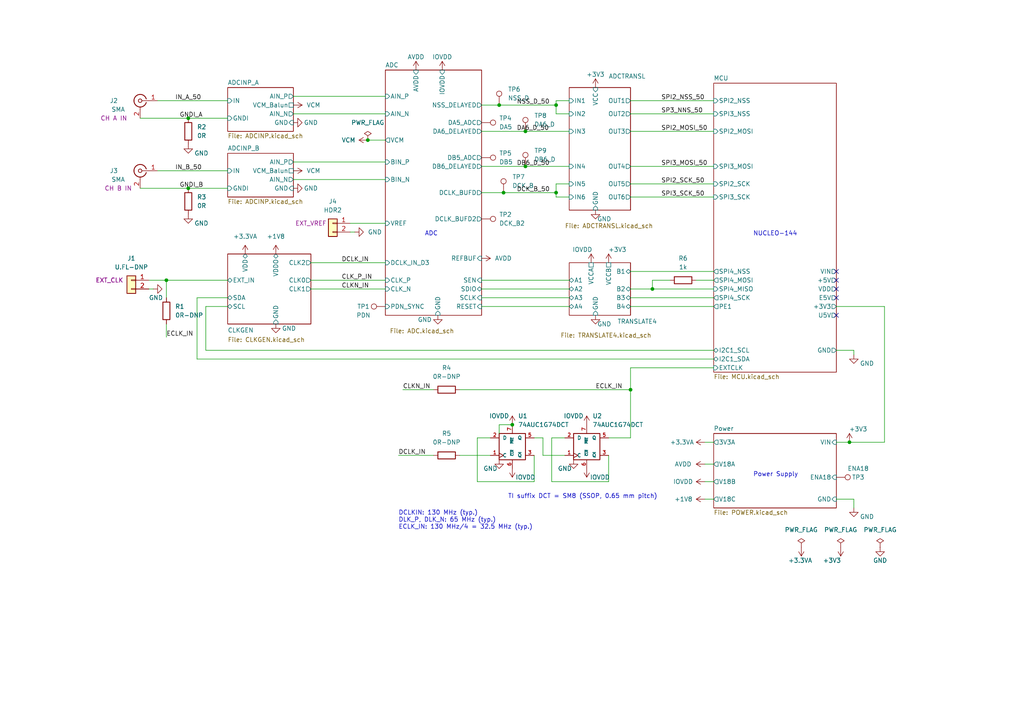
<source format=kicad_sch>
(kicad_sch (version 20211123) (generator eeschema)
  (paper "A4")
  (title_block (title "H7DDCADC") (date "2022-07-10") (rev "initial") (company "papamidas DM1CR") (comment 1 "TOP"))
  (lib_symbols
    (symbol "74xGxx:74AUC1G74" (pin_names (offset 1.016))
      (property "Reference" "U" (at -2.54 5.08 0))
      (property "Value" "74AUC1G74" (at 5.08 -5.08 0))
      (symbol "74AUC1G74_0_1"
        (rectangle (start -3.81 3.81) (end 3.81 -3.81) (stroke (width 0.254)))
      )
      (symbol "74AUC1G74_1_1"
        (pin input clock (at -6.35 -2.54 0) (length 2.54) (name "C") (number "1"))
        (pin input line (at -6.35 2.54 0) (length 2.54) (name "D") (number "2"))
        (pin output line (at 6.35 -2.54 180) (length 2.54) (name "~{Q}") (number "3"))
        (pin power_in line (at -3.81 -3.81 270) (length 0) hide (name "GND") (number "4"))
        (pin output line (at 6.35 2.54 180) (length 2.54) (name "Q") (number "5"))
        (pin input line (at 0 -6.35 90) (length 2.54) (name "~{CLR}") (number "6"))
        (pin input line (at 0 6.35 270) (length 2.54) (name "~{PRE}") (number "7"))
        (pin power_in line (at -3.81 3.81 90) (length 0) hide (name "VCC") (number "8"))
      )
    )
    (symbol "Connector:Conn_Coaxial" (pin_names (offset 1.016) hide)
      (property "Reference" "J" (at 0.254 3.048 0))
      (property "Value" "Conn_Coaxial" (at 2.921 0 90))
      (symbol "Conn_Coaxial_0_1"
        (arc (start -1.778 -0.508) (mid 0.2311 -1.8066) (end 1.778 0) (stroke (width 0.254)))
        (polyline (pts (xy -2.54 0) (xy -0.508 0)))
        (polyline (pts (xy 0 -2.54) (xy 0 -1.778)))
        (circle (center 0 0) (radius 0.508) (stroke (width 0.2032)))
        (arc (start 1.778 0) (mid 0.2099 1.8101) (end -1.778 0.508) (stroke (width 0.254)))
      )
      (symbol "Conn_Coaxial_1_1"
        (pin passive line (at -5.08 0 0) (length 2.54) (name "In") (number "1"))
        (pin passive line (at 0 -5.08 90) (length 2.54) (name "Ext") (number "2"))
      )
    )
    (symbol "Connector:TestPoint" (pin_numbers hide) (pin_names (offset 0.762) hide)
      (property "Reference" "TP" (at 0 6.858 0))
      (property "Value" "TestPoint" (at 0 5.08 0))
      (symbol "TestPoint_0_1"
        (circle (center 0 3.302) (radius 0.762))
      )
      (symbol "TestPoint_1_1"
        (pin passive line (at 0 0 90) (length 2.54) (name "1") (number "1"))
      )
    )
    (symbol "Connector_Generic:Conn_01x02" (pin_names (offset 1.016) hide)
      (property "Reference" "J" (at 0 2.54 0))
      (property "Value" "Conn_01x02" (at 0 -5.08 0))
      (symbol "Conn_01x02_1_1"
        (rectangle (start -1.27 -2.413) (end 0 -2.667) (stroke (width 0.1524)))
        (rectangle (start -1.27 0.127) (end 0 -0.127) (stroke (width 0.1524)))
        (rectangle (start -1.27 1.27) (end 1.27 -3.81) (stroke (width 0.254)) (fill (type background)))
        (pin passive line (at -5.08 0 0) (length 3.81) (name "Pin_1") (number "1"))
        (pin passive line (at -5.08 -2.54 0) (length 3.81) (name "Pin_2") (number "2"))
      )
    )
    (symbol "DM1CR_Library:AVDD" (power) (pin_names (offset 0))
      (property "Value" "AVDD" (at 0 3.81 0))
      (symbol "AVDD_0_1"
        (polyline (pts (xy -0.762 1.27) (xy 0 2.54)))
        (polyline (pts (xy 0 0) (xy 0 2.54)))
        (polyline (pts (xy 0 2.54) (xy 0.762 1.27)))
      )
      (symbol "AVDD_1_1"
        (pin power_in line (at 0 0 90) (length 0) hide (name "AVDD") (number "1"))
      )
    )
    (symbol "DM1CR_Library:IOVDD" (power) (pin_names (offset 0))
      (property "Value" "IOVDD" (at 0 3.81 0))
      (symbol "IOVDD_0_1"
        (polyline (pts (xy -0.762 1.27) (xy 0 2.54)))
        (polyline (pts (xy 0 0) (xy 0 2.54)))
        (polyline (pts (xy 0 2.54) (xy 0.762 1.27)))
      )
      (symbol "IOVDD_1_1"
        (pin power_in line (at 0 0 90) (length 0) hide (name "IOVDD") (number "1"))
      )
    )
    (symbol "DM1CR_Library:VCM" (power) (pin_names (offset 0))
      (property "Value" "VCM" (at 0 3.81 0))
      (symbol "VCM_0_1"
        (polyline (pts (xy -0.762 1.27) (xy 0 2.54)))
        (polyline (pts (xy 0 0) (xy 0 2.54)))
        (polyline (pts (xy 0 2.54) (xy 0.762 1.27)))
      )
      (symbol "VCM_1_1"
        (pin power_in line (at 0 0 90) (length 0) hide (name "VCM") (number "1"))
      )
    )
    (symbol "Device:R" (pin_numbers hide) (pin_names (offset 0))
      (property "Reference" "R" (at 2.032 0 90))
      (property "Value" "R" (at 0 0 90))
      (symbol "R_0_1"
        (rectangle (start -1.016 -2.54) (end 1.016 2.54) (stroke (width 0.254)))
      )
      (symbol "R_1_1"
        (pin passive line (at 0 3.81 270) (length 1.27) (name "~") (number "1"))
        (pin passive line (at 0 -3.81 90) (length 1.27) (name "~") (number "2"))
      )
    )
    (symbol "power:+1V8" (power) (pin_names (offset 0))
      (property "Value" "+1V8" (at 0 3.556 0))
      (symbol "+1V8_0_1"
        (polyline (pts (xy -0.762 1.27) (xy 0 2.54)))
        (polyline (pts (xy 0 0) (xy 0 2.54)))
        (polyline (pts (xy 0 2.54) (xy 0.762 1.27)))
      )
      (symbol "+1V8_1_1"
        (pin power_in line (at 0 0 90) (length 0) hide (name "+1V8") (number "1"))
      )
    )
    (symbol "power:+3.3VA" (power) (pin_names (offset 0))
      (property "Value" "+3.3VA" (at 0 3.556 0))
      (symbol "+3.3VA_0_1"
        (polyline (pts (xy -0.762 1.27) (xy 0 2.54)))
        (polyline (pts (xy 0 0) (xy 0 2.54)))
        (polyline (pts (xy 0 2.54) (xy 0.762 1.27)))
      )
      (symbol "+3.3VA_1_1"
        (pin power_in line (at 0 0 90) (length 0) hide (name "+3.3VA") (number "1"))
      )
    )
    (symbol "power:+3V3" (power) (pin_names (offset 0))
      (property "Value" "+3V3" (at 0 3.556 0))
      (symbol "+3V3_0_1"
        (polyline (pts (xy -0.762 1.27) (xy 0 2.54)))
        (polyline (pts (xy 0 0) (xy 0 2.54)))
        (polyline (pts (xy 0 2.54) (xy 0.762 1.27)))
      )
      (symbol "+3V3_1_1"
        (pin power_in line (at 0 0 90) (length 0) hide (name "+3V3") (number "1"))
      )
    )
    (symbol "power:GND" (power) (pin_names (offset 0))
      (property "Value" "GND" (at 0 -3.81 0))
      (symbol "GND_0_1"
        (polyline (pts (xy 0 0) (xy 0 -1.27) (xy 1.27 -1.27) (xy 0 -2.54) (xy -1.27 -1.27) (xy 0 -1.27)))
      )
      (symbol "GND_1_1"
        (pin power_in line (at 0 0 270) (length 0) hide (name "GND") (number "1"))
      )
    )
    (symbol "power:PWR_FLAG" (power) (pin_numbers hide) (pin_names (offset 0) hide)
      (property "Value" "PWR_FLAG" (at 0 3.81 0))
      (symbol "PWR_FLAG_0_0"
        (pin power_out line (at 0 0 90) (length 0) (name "pwr") (number "1"))
      )
      (symbol "PWR_FLAG_0_1"
        (polyline (pts (xy 0 0) (xy 0 1.27) (xy -1.016 1.905) (xy 0 2.54) (xy 1.016 1.905) (xy 0 1.27)))
      )
    )
  )
  (junction (at 146.05 55.88))
  (junction (at 152.4 38.1))
  (junction (at 54.61 54.61))
  (junction (at 161.29 30.48))
  (junction (at 161.29 55.88))
  (junction (at 106.68 40.64))
  (junction (at 148.59 123.19))
  (junction (at 182.88 113.03))
  (junction (at 246.38 128.27))
  (junction (at 144.78 30.48))
  (junction (at 54.61 34.29))
  (junction (at 152.4 48.26))
  (junction (at 189.23 83.82))
  (junction (at 48.26 81.28))
  (no_connect (at 242.57 91.44))
  (no_connect (at 242.57 86.36))
  (no_connect (at 242.57 83.82))
  (no_connect (at 242.57 81.28))
  (no_connect (at 242.57 78.74))
  (wire (pts (xy 182.88 106.68) (xy 182.88 113.03)))
  (wire (pts (xy 161.29 53.34) (xy 165.1 53.34)))
  (wire (pts (xy 204.47 128.27) (xy 207.01 128.27)))
  (wire (pts (xy 182.88 88.9) (xy 207.01 88.9)))
  (wire (pts (xy 201.93 81.28) (xy 207.01 81.28)))
  (wire (pts (xy 139.7 86.36) (xy 165.1 86.36)))
  (wire (pts (xy 160.02 127) (xy 163.83 127)))
  (wire (pts (xy 207.01 101.6) (xy 59.69 101.6)))
  (wire (pts (xy 207.01 104.14) (xy 57.15 104.14)))
  (wire (pts (xy 182.88 53.34) (xy 207.01 53.34)))
  (wire (pts (xy 247.65 144.78) (xy 247.65 147.32)))
  (wire (pts (xy 45.72 49.53) (xy 66.04 49.53)))
  (wire (pts (xy 157.48 127) (xy 157.48 132.08)))
  (wire (pts (xy 144.78 125.73) (xy 144.78 123.19)))
  (wire (pts (xy 176.53 139.7) (xy 160.02 139.7)))
  (wire (pts (xy 139.7 81.28) (xy 165.1 81.28)))
  (wire (pts (xy 144.78 123.19) (xy 148.59 123.19)))
  (wire (pts (xy 157.48 132.08) (xy 163.83 132.08)))
  (wire (pts (xy 182.88 33.02) (xy 207.01 33.02)))
  (wire (pts (xy 165.1 57.15) (xy 161.29 57.15)))
  (wire (pts (xy 54.61 34.29) (xy 66.04 34.29)))
  (wire (pts (xy 138.43 127) (xy 138.43 139.7)))
  (wire (pts (xy 48.26 81.28) (xy 48.26 86.36)))
  (wire (pts (xy 85.09 46.99) (xy 111.76 46.99)))
  (wire (pts (xy 101.6 67.31) (xy 102.87 67.31)))
  (wire (pts (xy 207.01 83.82) (xy 189.23 83.82)))
  (wire (pts (xy 85.09 33.02) (xy 111.76 33.02)))
  (wire (pts (xy 133.35 113.03) (xy 182.88 113.03)))
  (wire (pts (xy 176.53 132.08) (xy 176.53 139.7)))
  (wire (pts (xy 48.26 81.28) (xy 66.04 81.28)))
  (wire (pts (xy 139.7 38.1) (xy 152.4 38.1)))
  (wire (pts (xy 106.68 40.64) (xy 111.76 40.64)))
  (wire (pts (xy 146.05 55.88) (xy 161.29 55.88)))
  (wire (pts (xy 57.15 86.36) (xy 66.04 86.36)))
  (wire (pts (xy 182.88 113.03) (xy 182.88 127)))
  (wire (pts (xy 142.24 127) (xy 138.43 127)))
  (wire (pts (xy 204.47 139.7) (xy 207.01 139.7)))
  (wire (pts (xy 144.78 30.48) (xy 161.29 30.48)))
  (wire (pts (xy 189.23 81.28) (xy 194.31 81.28)))
  (wire (pts (xy 116.84 113.03) (xy 125.73 113.03)))
  (wire (pts (xy 90.17 76.2) (xy 111.76 76.2)))
  (wire (pts (xy 182.88 83.82) (xy 189.23 83.82)))
  (wire (pts (xy 59.69 88.9) (xy 66.04 88.9)))
  (wire (pts (xy 40.64 34.29) (xy 54.61 34.29)))
  (wire (pts (xy 152.4 48.26) (xy 165.1 48.26)))
  (wire (pts (xy 182.88 48.26) (xy 207.01 48.26)))
  (wire (pts (xy 160.02 139.7) (xy 160.02 127)))
  (wire (pts (xy 207.01 106.68) (xy 182.88 106.68)))
  (wire (pts (xy 161.29 57.15) (xy 161.29 55.88)))
  (wire (pts (xy 176.53 127) (xy 182.88 127)))
  (wire (pts (xy 182.88 78.74) (xy 207.01 78.74)))
  (wire (pts (xy 242.57 88.9) (xy 256.54 88.9)))
  (wire (pts (xy 139.7 30.48) (xy 144.78 30.48)))
  (wire (pts (xy 85.09 27.94) (xy 111.76 27.94)))
  (wire (pts (xy 154.94 139.7) (xy 154.94 132.08)))
  (wire (pts (xy 85.09 52.07) (xy 111.76 52.07)))
  (wire (pts (xy 48.26 93.98) (xy 48.26 97.79)))
  (wire (pts (xy 139.7 48.26) (xy 152.4 48.26)))
  (wire (pts (xy 139.7 55.88) (xy 146.05 55.88)))
  (wire (pts (xy 57.15 104.14) (xy 57.15 86.36)))
  (wire (pts (xy 115.57 132.08) (xy 125.73 132.08)))
  (wire (pts (xy 247.65 101.6) (xy 247.65 102.87)))
  (wire (pts (xy 101.6 64.77) (xy 111.76 64.77)))
  (wire (pts (xy 139.7 88.9) (xy 165.1 88.9)))
  (wire (pts (xy 152.4 38.1) (xy 165.1 38.1)))
  (wire (pts (xy 161.29 53.34) (xy 161.29 55.88)))
  (wire (pts (xy 182.88 86.36) (xy 207.01 86.36)))
  (wire (pts (xy 242.57 144.78) (xy 247.65 144.78)))
  (wire (pts (xy 161.29 33.02) (xy 161.29 30.48)))
  (wire (pts (xy 182.88 29.21) (xy 207.01 29.21)))
  (wire (pts (xy 154.94 127) (xy 157.48 127)))
  (wire (pts (xy 90.17 83.82) (xy 111.76 83.82)))
  (wire (pts (xy 59.69 101.6) (xy 59.69 88.9)))
  (wire (pts (xy 133.35 132.08) (xy 142.24 132.08)))
  (wire (pts (xy 54.61 54.61) (xy 66.04 54.61)))
  (wire (pts (xy 204.47 134.62) (xy 207.01 134.62)))
  (wire (pts (xy 256.54 88.9) (xy 256.54 128.27)))
  (wire (pts (xy 189.23 83.82) (xy 189.23 81.28)))
  (wire (pts (xy 45.72 29.21) (xy 66.04 29.21)))
  (wire (pts (xy 242.57 128.27) (xy 246.38 128.27)))
  (wire (pts (xy 182.88 38.1) (xy 207.01 38.1)))
  (wire (pts (xy 43.18 81.28) (xy 48.26 81.28)))
  (wire (pts (xy 165.1 33.02) (xy 161.29 33.02)))
  (wire (pts (xy 242.57 101.6) (xy 247.65 101.6)))
  (wire (pts (xy 204.47 144.78) (xy 207.01 144.78)))
  (wire (pts (xy 138.43 139.7) (xy 154.94 139.7)))
  (wire (pts (xy 246.38 128.27) (xy 256.54 128.27)))
  (wire (pts (xy 161.29 29.21) (xy 165.1 29.21)))
  (wire (pts (xy 90.17 81.28) (xy 111.76 81.28)))
  (wire (pts (xy 43.18 83.82) (xy 44.45 83.82)))
  (wire (pts (xy 40.64 54.61) (xy 54.61 54.61)))
  (wire (pts (xy 139.7 83.82) (xy 165.1 83.82)))
  (wire (pts (xy 182.88 57.15) (xy 207.01 57.15)))
  (wire (pts (xy 161.29 30.48) (xy 161.29 29.21)))
  (text "Power Supply" (at 218.44 138.43 0) (effects (font (size 1.27 1.27)) (justify left bottom)))
  (text "NUCLEO-144" (at 218.44 68.58 0) (effects (font (size 1.27 1.27)) (justify left bottom)))
  (text "DCLKIN: 130 MHz (typ.)\nDLK_P, DLK_N: 65 MHz (typ.)\nECLK_IN: 130 MHz/4 = 32.5 MHz (typ.)" (at 115.57 153.67 0) (effects (font (size 1.27 1.27)) (justify left bottom)))
  (text "TI suffix DCT = SM8 (SSOP, 0.65 mm pitch)\n" (at 147.32 144.78 0) (effects (font (size 1.27 1.27)) (justify left bottom)))
  (text "ADC" (at 123.19 68.58 0) (effects (font (size 1.27 1.27)) (justify left bottom)))
  (label "DCK_B_50" (at 149.86 55.88 0))
  (label "ECLK_IN" (at 48.26 97.79 0))
  (label "IN_A_50" (at 50.8 29.21 0))
  (label "SPI2_SCK_50" (at 191.77 53.34 0))
  (label "SP3_NNS_50" (at 191.77 33.02 0))
  (label "CLKN_IN" (at 116.84 113.03 0))
  (label "SPI3_MOSI_50" (at 191.77 48.26 0))
  (label "DA6_D_50" (at 149.86 38.1 0))
  (label "SPI2_NSS_50" (at 191.77 29.21 0))
  (label "NSS_D_50" (at 149.86 30.48 0))
  (label "DCLK_IN" (at 99.06 76.2 0))
  (label "CLKN_IN" (at 99.06 83.82 0))
  (label "GNDI_A" (at 52.07 34.29 0))
  (label "IN_B_50" (at 50.8 49.53 0))
  (label "ECLK_IN" (at 172.72 113.03 0))
  (label "SPI2_MOSI_50" (at 191.77 38.1 0))
  (label "CLK_P_IN" (at 99.06 81.28 0))
  (label "SPI3_SCK_50" (at 191.77 57.15 0))
  (label "DCLK_IN" (at 115.57 132.08 0))
  (label "DB6_D_50" (at 149.86 48.26 0))
  (label "GNDI_B" (at 52.07 54.61 0))
  (symbol (lib_id "power:GND") (at 54.61 62.23 0) (unit 1)
    (property "Reference" "#PWR03" (effects hide))
    (property "Value" "GND" (at 58.42 64.77 0))
  )
  (symbol (lib_id "power:+3V3") (at 243.84 158.75 180) (unit 1)
    (property "Reference" "#PWR036" (effects hide))
    (property "Value" "+3V3" (at 241.3 162.56 0))
  )
  (symbol (lib_id "DM1CR_Library:IOVDD") (at 204.47 139.7 90) (unit 1)
    (property "Reference" "#PWR031" (effects hide))
    (property "Value" "IOVDD" (at 198.12 139.7 90))
  )
  (symbol (lib_id "Connector:TestPoint") (at 139.7 35.56 270) (unit 1)
    (property "Reference" "TP4" (at 144.78 34.2899 90) (effects (justify left)))
    (property "Value" "DA5" (at 144.78 36.8299 90) (effects (justify left)))
    (property "Footprint" "TestPoint:TestPoint_THTPad_D1.5mm_Drill0.7mm" (effects hide))
  )
  (symbol (lib_id "74xGxx:74AUC1G74") (at 148.59 129.54 0) (unit 1)
    (property "Reference" "U1" (at 150.2601 120.65 0) (effects (justify left)))
    (property "Value" "74AUC1G74DCT" (at 150.2601 123.19 0) (effects (justify left)))
    (property "Footprint" "Package_SO:VSSOP-8_2.4x2.1mm_P0.5mm" (effects hide))
    (property "Datasheet" "http://www.ti.com/lit/sg/scyt129e/scyt129e.pdf" (effects hide))
  )
  (symbol (lib_id "power:PWR_FLAG") (at 232.41 158.75 0) (unit 1)
    (property "Reference" "#FLG04" (effects hide))
    (property "Value" "PWR_FLAG" (at 232.41 153.67 0))
  )
  (symbol (lib_id "DM1CR_Library:AVDD") (at 120.65 20.32 0) (unit 1)
    (property "Reference" "#PWR013" (effects hide))
    (property "Value" "AVDD" (at 120.65 16.51 0))
  )
  (symbol (lib_id "DM1CR_Library:IOVDD") (at 148.59 123.19 0) (unit 1)
    (property "Reference" "#PWR018" (effects hide))
    (property "Value" "IOVDD" (at 144.78 120.65 0))
  )
  (symbol (lib_id "power:GND") (at 44.45 83.82 90) (unit 1)
    (property "Reference" "#PWR01" (effects hide))
    (property "Value" "GND" (at 43.18 86.36 90) (effects (justify right)))
  )
  (symbol (lib_id "Connector:Conn_Coaxial") (at 40.64 29.21 0) (mirror y) (unit 1)
    (property "Reference" "J2" (at 33.02 29.21 0))
    (property "Value" "SMA" (at 34.29 31.75 0))
    (property "Footprint" "Connector_Coaxial:SMA_Wurth_60312002114503_Vertical" (effects hide))
    (property "Datasheet" " ~" (effects hide))
    (property "Field4" "CH A IN" (at 33.02 34.29 0))
  )
  (symbol (lib_id "power:GND") (at 144.78 133.35 0) (unit 1)
    (property "Reference" "#PWR017" (effects hide))
    (property "Value" "GND" (at 142.24 135.89 0))
  )
  (symbol (lib_id "power:GND") (at 172.72 91.44 0) (unit 1)
    (property "Reference" "#PWR026" (effects hide))
    (property "Value" "GND" (at 175.26 93.98 0))
  )
  (symbol (lib_id "Connector:TestPoint") (at 139.7 63.5 270) (unit 1)
    (property "Reference" "TP2" (at 144.78 62.2299 90) (effects (justify left)))
    (property "Value" "DCK_B2" (at 144.78 64.7699 90) (effects (justify left)))
    (property "Footprint" "TestPoint:TestPoint_THTPad_D1.5mm_Drill0.7mm" (effects hide))
  )
  (symbol (lib_id "DM1CR_Library:IOVDD") (at 170.18 123.19 0) (unit 1)
    (property "Reference" "#PWR021" (effects hide))
    (property "Value" "IOVDD" (at 166.37 120.65 0))
  )
  (symbol (lib_id "power:PWR_FLAG") (at 243.84 158.75 0) (unit 1)
    (property "Reference" "#FLG05" (effects hide))
    (property "Value" "PWR_FLAG" (at 243.84 153.67 0))
  )
  (symbol (lib_id "Connector:TestPoint") (at 152.4 38.1 0) (unit 1)
    (property "Reference" "TP8" (at 154.94 33.5279 0) (effects (justify left)))
    (property "Value" "DA6_D" (at 154.94 36.0679 0) (effects (justify left)))
    (property "Footprint" "TestPoint:TestPoint_THTPad_D1.5mm_Drill0.7mm" (effects hide))
  )
  (symbol (lib_id "power:GND") (at 102.87 67.31 90) (unit 1)
    (property "Reference" "#PWR011" (effects hide))
    (property "Value" "GND" (at 106.68 67.3099 90) (effects (justify right)))
  )
  (symbol (lib_id "74xGxx:74AUC1G74") (at 170.18 129.54 0) (unit 1)
    (property "Reference" "U2" (at 171.8501 120.65 0) (effects (justify left)))
    (property "Value" "74AUC1G74DCT" (at 171.8501 123.19 0) (effects (justify left)))
    (property "Footprint" "Package_SO:VSSOP-8_2.4x2.1mm_P0.5mm" (effects hide))
    (property "Datasheet" "http://www.ti.com/lit/sg/scyt129e/scyt129e.pdf" (effects hide))
  )
  (symbol (lib_id "Connector:TestPoint") (at 242.57 138.43 270) (unit 1)
    (property "Reference" "TP3" (at 248.92 138.43 90))
    (property "Value" "ENA18" (at 248.92 135.89 90))
    (property "Footprint" "TestPoint:TestPoint_THTPad_D1.5mm_Drill0.7mm" (effects hide))
  )
  (symbol (lib_id "power:+3V3") (at 176.53 76.2 0) (unit 1)
    (property "Reference" "#PWR027" (effects hide))
    (property "Value" "+3V3" (at 179.07 72.39 0))
  )
  (symbol (lib_id "power:GND") (at 247.65 102.87 0) (unit 1)
    (property "Reference" "#PWR038" (effects hide))
    (property "Value" "GND" (at 251.46 105.41 0))
  )
  (symbol (lib_id "power:GND") (at 127 91.44 0) (unit 1)
    (property "Reference" "#PWR014" (effects hide))
    (property "Value" "GND" (at 123.19 92.71 0))
  )
  (symbol (lib_id "power:GND") (at 172.72 60.96 0) (unit 1)
    (property "Reference" "#PWR025" (effects hide))
    (property "Value" "GND" (at 175.26 63.5 0))
  )
  (symbol (lib_id "DM1CR_Library:VCM") (at 85.09 49.53 270) (unit 1)
    (property "Reference" "#PWR09" (effects hide))
    (property "Value" "VCM" (at 88.9 49.5299 90) (effects (justify left)))
  )
  (symbol (lib_id "power:GND") (at 80.01 93.98 0) (unit 1)
    (property "Reference" "#PWR06" (effects hide))
    (property "Value" "GND" (at 83.82 95.25 0))
  )
  (symbol (lib_id "Connector_Generic:Conn_01x02") (at 38.1 81.28 0) (mirror y) (unit 1)
    (property "Reference" "J1" (at 38.1 74.93 0))
    (property "Value" "U.FL-DNP" (at 38.1 77.47 0))
    (property "Footprint" "Connector_Coaxial:U.FL_Hirose_U.FL-R-SMT-1_Vertical" (effects hide))
    (property "Field4" "EXT_CLK" (at 31.75 81.28 0))
  )
  (symbol (lib_id "DM1CR_Library:AVDD") (at 204.47 134.62 90) (unit 1)
    (property "Reference" "#PWR030" (effects hide))
    (property "Value" "AVDD" (at 198.12 134.62 90))
  )
  (symbol (lib_id "power:+3.3VA") (at 71.12 73.66 0) (unit 1)
    (property "Reference" "#PWR04" (effects hide))
    (property "Value" "+3.3VA" (at 71.12 68.58 0))
  )
  (symbol (lib_id "DM1CR_Library:IOVDD") (at 128.27 20.32 0) (unit 1)
    (property "Reference" "#PWR015" (effects hide))
    (property "Value" "IOVDD" (at 128.27 16.51 0))
  )
  (symbol (lib_id "power:GND") (at 54.61 41.91 0) (unit 1)
    (property "Reference" "#PWR02" (effects hide))
    (property "Value" "GND" (at 58.42 44.45 0))
  )
  (symbol (lib_id "power:GND") (at 255.27 158.75 0) (unit 1)
    (property "Reference" "#PWR040" (effects hide))
    (property "Value" "GND" (at 255.27 162.56 0))
  )
  (symbol (lib_id "DM1CR_Library:IOVDD") (at 148.59 135.89 180) (unit 1)
    (property "Reference" "#PWR019" (effects hide))
    (property "Value" "IOVDD" (at 152.4 138.43 0))
  )
  (symbol (lib_id "power:+1V8") (at 204.47 144.78 90) (unit 1)
    (property "Reference" "#PWR032" (effects hide))
    (property "Value" "+1V8" (at 195.58 144.78 90) (effects (justify right)))
  )
  (symbol (lib_id "DM1CR_Library:AVDD") (at 139.7 74.93 270) (unit 1)
    (property "Reference" "#PWR016" (effects hide))
    (property "Value" "AVDD" (at 143.51 74.9299 90) (effects (justify left)))
  )
  (symbol (lib_id "power:+3.3VA") (at 204.47 128.27 90) (unit 1)
    (property "Reference" "#PWR029" (effects hide))
    (property "Value" "+3.3VA" (at 194.31 128.27 90) (effects (justify right)))
  )
  (symbol (lib_id "DM1CR_Library:VCM") (at 106.68 40.64 90) (unit 1)
    (property "Reference" "#PWR012" (effects hide))
    (property "Value" "VCM" (at 99.06 40.64 90) (effects (justify right)))
  )
  (symbol (lib_id "power:+1V8") (at 80.01 73.66 0) (unit 1)
    (property "Reference" "#PWR05" (effects hide))
    (property "Value" "+1V8" (at 80.01 68.58 0))
  )
  (symbol (lib_id "power:GND") (at 247.65 147.32 0) (unit 1)
    (property "Reference" "#PWR039" (effects hide))
    (property "Value" "GND" (at 251.46 149.86 0))
  )
  (symbol (lib_id "power:PWR_FLAG") (at 255.27 158.75 0) (unit 1)
    (property "Reference" "#FLG06" (effects hide))
    (property "Value" "PWR_FLAG" (at 255.27 153.67 0))
  )
  (symbol (lib_id "power:PWR_FLAG") (at 106.68 40.64 0) (unit 1)
    (property "Reference" "#FLG0101" (effects hide))
    (property "Value" "PWR_FLAG" (at 106.68 35.56 0))
  )
  (symbol (lib_id "DM1CR_Library:IOVDD") (at 171.45 76.2 0) (unit 1)
    (property "Reference" "#PWR023" (effects hide))
    (property "Value" "IOVDD" (at 168.91 72.39 0))
  )
  (symbol (lib_id "Connector:TestPoint") (at 139.7 45.72 270) (unit 1)
    (property "Reference" "TP5" (at 144.78 44.4499 90) (effects (justify left)))
    (property "Value" "DB5" (at 144.78 46.9899 90) (effects (justify left)))
    (property "Footprint" "TestPoint:TestPoint_THTPad_D1.5mm_Drill0.7mm" (effects hide))
  )
  (symbol (lib_id "Device:R") (at 54.61 38.1 180) (unit 1)
    (property "Reference" "R2" (at 57.15 36.8299 0) (effects (justify right)))
    (property "Value" "0R" (at 57.15 39.3699 0) (effects (justify right)))
    (property "Footprint" "Resistor_SMD:R_0805_2012Metric" (effects hide))
  )
  (symbol (lib_id "DM1CR_Library:IOVDD") (at 170.18 135.89 180) (unit 1)
    (property "Reference" "#PWR022" (effects hide))
    (property "Value" "IOVDD" (at 173.99 138.43 0))
  )
  (symbol (lib_id "power:+3V3") (at 246.38 128.27 0) (unit 1)
    (property "Reference" "#PWR037" (effects hide))
    (property "Value" "+3V3" (at 248.92 124.46 0))
  )
  (symbol (lib_id "Connector:Conn_Coaxial") (at 40.64 49.53 0) (mirror y) (unit 1)
    (property "Reference" "J3" (at 33.02 49.53 0))
    (property "Value" "SMA" (at 34.29 52.07 0))
    (property "Footprint" "Connector_Coaxial:SMA_Wurth_60312002114503_Vertical" (effects hide))
    (property "Datasheet" " ~" (effects hide))
    (property "Field4" "CH B IN" (at 34.29 54.61 0))
  )
  (symbol (lib_id "power:+3.3VA") (at 232.41 158.75 180) (unit 1)
    (property "Reference" "#PWR035" (effects hide))
    (property "Value" "+3.3VA" (at 228.6 162.56 0) (effects (justify right)))
  )
  (symbol (lib_id "Connector:TestPoint") (at 146.05 55.88 0) (unit 1)
    (property "Reference" "TP7" (at 148.59 51.3079 0) (effects (justify left)))
    (property "Value" "DCK_B" (at 148.59 53.8479 0) (effects (justify left)))
    (property "Footprint" "TestPoint:TestPoint_THTPad_D1.5mm_Drill0.7mm" (effects hide))
  )
  (symbol (lib_id "power:GND") (at 85.09 35.56 90) (unit 1)
    (property "Reference" "#PWR08" (effects hide))
    (property "Value" "GND" (at 90.17 35.56 90))
  )
  (symbol (lib_id "Device:R") (at 198.12 81.28 90) (unit 1)
    (property "Reference" "R6" (at 198.12 74.93 90))
    (property "Value" "1k" (at 198.12 77.47 90))
    (property "Footprint" "Resistor_SMD:R_0805_2012Metric" (effects hide))
  )
  (symbol (lib_id "Connector:TestPoint") (at 144.78 30.48 0) (unit 1)
    (property "Reference" "TP6" (at 147.32 25.9079 0) (effects (justify left)))
    (property "Value" "NSS_D" (at 147.32 28.4479 0) (effects (justify left)))
    (property "Footprint" "TestPoint:TestPoint_THTPad_D1.5mm_Drill0.7mm" (effects hide))
  )
  (symbol (lib_id "Device:R") (at 48.26 90.17 180) (unit 1)
    (property "Reference" "R1" (at 50.8 88.8999 0) (effects (justify right)))
    (property "Value" "0R-DNP" (at 50.8 91.4399 0) (effects (justify right)))
    (property "Footprint" "Resistor_SMD:R_0805_2012Metric" (effects hide))
  )
  (symbol (lib_id "Connector:TestPoint") (at 111.76 88.9 90) (unit 1)
    (property "Reference" "TP1" (at 105.41 88.9 90))
    (property "Value" "PDN" (at 105.41 91.44 90))
    (property "Footprint" "TestPoint:TestPoint_THTPad_D1.5mm_Drill0.7mm" (effects hide))
  )
  (symbol (lib_id "power:+3V3") (at 172.72 25.4 0) (unit 1)
    (property "Reference" "#PWR024" (effects hide))
    (property "Value" "+3V3" (at 172.72 21.59 0))
  )
  (symbol (lib_id "DM1CR_Library:VCM") (at 85.09 30.48 270) (unit 1)
    (property "Reference" "#PWR07" (effects hide))
    (property "Value" "VCM" (at 88.9 30.4799 90) (effects (justify left)))
  )
  (symbol (lib_id "Connector_Generic:Conn_01x02") (at 96.52 64.77 0) (mirror y) (unit 1)
    (property "Reference" "J4" (at 96.52 58.42 0))
    (property "Value" "HDR2" (at 96.52 60.96 0))
    (property "Footprint" "Connector_PinHeader_2.54mm:PinHeader_1x02_P2.54mm_Vertical" (effects hide))
    (property "Field4" "EXT_VREF" (at 90.17 64.77 0))
  )
  (symbol (lib_id "Device:R") (at 129.54 113.03 270) (unit 1)
    (property "Reference" "R4" (at 129.54 106.68 90))
    (property "Value" "0R-DNP" (at 129.54 109.22 90))
    (property "Footprint" "Resistor_SMD:R_0805_2012Metric" (effects hide))
  )
  (symbol (lib_id "power:GND") (at 166.37 133.35 0) (unit 1)
    (property "Reference" "#PWR020" (effects hide))
    (property "Value" "GND" (at 163.83 135.89 0))
  )
  (symbol (lib_id "power:GND") (at 85.09 54.61 90) (unit 1)
    (property "Reference" "#PWR010" (effects hide))
    (property "Value" "GND" (at 90.17 54.61 90))
  )
  (symbol (lib_id "Connector:TestPoint") (at 152.4 48.26 0) (unit 1)
    (property "Reference" "TP9" (at 154.94 43.6879 0) (effects (justify left)))
    (property "Value" "DB6_D" (at 154.94 46.2279 0) (effects (justify left)))
    (property "Footprint" "TestPoint:TestPoint_THTPad_D1.5mm_Drill0.7mm" (effects hide))
  )
  (symbol (lib_id "Device:R") (at 129.54 132.08 270) (unit 1)
    (property "Reference" "R5" (at 129.54 125.73 90))
    (property "Value" "0R-DNP" (at 129.54 128.27 90))
    (property "Footprint" "Resistor_SMD:R_0805_2012Metric" (effects hide))
  )
  (symbol (lib_id "Device:R") (at 54.61 58.42 180) (unit 1)
    (property "Reference" "R3" (at 57.15 57.1499 0) (effects (justify right)))
    (property "Value" "0R" (at 57.15 59.6899 0) (effects (justify right)))
    (property "Footprint" "Resistor_SMD:R_0805_2012Metric" (effects hide))
  )
  (sheet (at 207.01 125.73) (size 35.56 21.59) (stroke (width 0.1524))
    (property "Sheet name" "Power" (at 207.01 125.0184 0) (effects (justify left bottom)))
    (property "Sheet file" "POWER.kicad_sch" (at 207.01 147.9046 0) (effects (justify left top)))
    (pin "V18A" output (at 207.01 134.62 180))
    (pin "GND" input (at 242.57 144.78 0))
    (pin "VIN" input (at 242.57 128.27 0))
    (pin "ENA18" input (at 242.57 138.43 0))
    (pin "V18B" output (at 207.01 139.7 180))
    (pin "V18C" output (at 207.01 144.78 180))
    (pin "3V3A" output (at 207.01 128.27 180))
  )
  (sheet (at 165.1 25.4) (size 17.78 35.56) (stroke (width 0.1524))
    (property "Sheet name" "ADCTRANSL" (at 176.53 22.86 0) (effects (justify left bottom)))
    (property "Sheet file" "ADCTRANSL.kicad_sch" (at 163.83 64.77 0) (effects (justify left top)))
    (pin "IN1" input (at 165.1 29.21 180))
    (pin "OUT1" output (at 182.88 29.21 0))
    (pin "GND" input (at 172.72 60.96 270))
    (pin "VCC" input (at 172.72 25.4 90))
    (pin "IN5" input (at 165.1 53.34 180))
    (pin "IN4" input (at 165.1 48.26 180))
    (pin "IN6" input (at 165.1 57.15 180))
    (pin "OUT5" output (at 182.88 53.34 0))
    (pin "OUT4" output (at 182.88 48.26 0))
    (pin "OUT6" output (at 182.88 57.15 0))
    (pin "OUT2" output (at 182.88 33.02 0))
    (pin "OUT3" output (at 182.88 38.1 0))
    (pin "IN2" input (at 165.1 33.02 180))
    (pin "IN3" input (at 165.1 38.1 180))
  )
  (sheet (at 66.04 73.66) (size 24.13 20.32) (stroke (width 0.1524))
    (property "Sheet name" "CLKGEN" (at 66.04 96.52 0) (effects (justify left bottom)))
    (property "Sheet file" "CLKGEN.kicad_sch" (at 66.04 97.79 0) (effects (justify left top)))
    (pin "CLK2" output (at 90.17 76.2 0))
    (pin "CLK0" output (at 90.17 81.28 0))
    (pin "CLK1" output (at 90.17 83.82 0))
    (pin "VDDO" bidirectional (at 80.01 73.66 90))
    (pin "VDD" bidirectional (at 71.12 73.66 90))
    (pin "SCL" bidirectional (at 66.04 88.9 180))
    (pin "SDA" bidirectional (at 66.04 86.36 180))
    (pin "EXT_IN" bidirectional (at 66.04 81.28 180))
    (pin "GND" input (at 80.01 93.98 270))
  )
  (sheet (at 207.01 24.13) (size 35.56 83.82) (stroke (width 0.1524))
    (property "Sheet name" "MCU" (at 207.01 23.4184 0) (effects (justify left bottom)))
    (property "Sheet file" "MCU.kicad_sch" (at 207.01 108.5346 0) (effects (justify left top)))
    (pin "SPI3_NSS" input (at 207.01 33.02 180))
    (pin "SPI2_NSS" input (at 207.01 29.21 180))
    (pin "SPI2_SCK" input (at 207.01 53.34 180))
    (pin "SPI3_SCK" input (at 207.01 57.15 180))
    (pin "SPI2_MOSI" input (at 207.01 38.1 180))
    (pin "SPI3_MOSI" input (at 207.01 48.26 180))
    (pin "I2C1_SCL" bidirectional (at 207.01 101.6 180))
    (pin "I2C1_SDA" bidirectional (at 207.01 104.14 180))
    (pin "SPI4_MOSI" output (at 207.01 81.28 180))
    (pin "SPI4_SCK" output (at 207.01 86.36 180))
    (pin "SPI4_MISO" input (at 207.01 83.82 180))
    (pin "SPI4_NSS" output (at 207.01 78.74 180))
    (pin "PE1" output (at 207.01 88.9 180))
    (pin "VIN" output (at 242.57 78.74 0))
    (pin "+5V" output (at 242.57 81.28 0))
    (pin "VDD" output (at 242.57 83.82 0))
    (pin "E5V" output (at 242.57 86.36 0))
    (pin "+3V3" output (at 242.57 88.9 0))
    (pin "U5V" output (at 242.57 91.44 0))
    (pin "GND" output (at 242.57 101.6 0))
    (pin "EXTCLK" input (at 207.01 106.68 180))
  )
  (sheet (at 165.1 76.2) (size 17.78 15.24) (stroke (width 0.1524))
    (property "Sheet name" "TRANSLATE4" (at 179.07 93.98 0) (effects (justify left bottom)))
    (property "Sheet file" "TRANSLATE4.kicad_sch" (at 162.56 96.52 0) (effects (justify left top)))
    (pin "A1" bidirectional (at 165.1 81.28 180))
    (pin "A2" bidirectional (at 165.1 83.82 180))
    (pin "A3" bidirectional (at 165.1 86.36 180))
    (pin "A4" bidirectional (at 165.1 88.9 180))
    (pin "B1" bidirectional (at 182.88 78.74 0))
    (pin "B2" bidirectional (at 182.88 83.82 0))
    (pin "B3" bidirectional (at 182.88 86.36 0))
    (pin "B4" bidirectional (at 182.88 88.9 0))
    (pin "VCCA" passive (at 171.45 76.2 90))
    (pin "VCCB" passive (at 176.53 76.2 90))
    (pin "GND" input (at 172.72 91.44 270))
  )
  (sheet (at 111.76 20.32) (size 27.94 71.12) (stroke (width 0.1524))
    (property "Sheet name" "ADC" (at 111.76 19.6084 0) (effects (justify left bottom)))
    (property "Sheet file" "ADC.kicad_sch" (at 113.03 95.25 0) (effects (justify left top)))
    (pin "AIN_P" input (at 111.76 27.94 180))
    (pin "AIN_N" input (at 111.76 33.02 180))
    (pin "PDN_SYNC" input (at 111.76 88.9 180))
    (pin "RESET" input (at 139.7 88.9 0))
    (pin "CLK_P" input (at 111.76 81.28 180))
    (pin "CLK_N" input (at 111.76 83.82 180))
    (pin "SCLK" input (at 139.7 86.36 0))
    (pin "SDIO" bidirectional (at 139.7 83.82 0))
    (pin "SEN" input (at 139.7 81.28 0))
    (pin "BIN_P" input (at 111.76 46.99 180))
    (pin "BIN_N" input (at 111.76 52.07 180))
    (pin "DB5_ADC" output (at 139.7 45.72 0))
    (pin "DA5_ADC" output (at 139.7 35.56 0))
    (pin "DCLK_IN_D3" input (at 111.76 76.2 180))
    (pin "VREF" input (at 111.76 64.77 180))
    (pin "VCM" output (at 111.76 40.64 180))
    (pin "REFBUF" input (at 139.7 74.93 0))
    (pin "DCLK_BUFD" output (at 139.7 55.88 0))
    (pin "DCLK_BUFD2" output (at 139.7 63.5 0))
    (pin "DB6_DELAYED" output (at 139.7 48.26 0))
    (pin "DA6_DELAYED" output (at 139.7 38.1 0))
    (pin "IOVDD" input (at 128.27 20.32 90))
    (pin "AVDD" input (at 120.65 20.32 90))
    (pin "GND" input (at 127 91.44 270))
    (pin "NSS_DELAYED" output (at 139.7 30.48 0))
  )
  (sheet (at 66.04 44.45) (size 19.05 12.7) (stroke (width 0.1524))
    (property "Sheet name" "ADCINP_B" (at 66.04 43.7384 0) (effects (justify left bottom)))
    (property "Sheet file" "ADCINP.kicad_sch" (at 66.04 57.7346 0) (effects (justify left top)))
    (pin "IN" input (at 66.04 49.53 180))
    (pin "VCM_Balun" passive (at 85.09 49.53 0))
    (pin "AIN_N" output (at 85.09 52.07 0))
    (pin "AIN_P" output (at 85.09 46.99 0))
    (pin "GND" input (at 85.09 54.61 0))
    (pin "GNDI" input (at 66.04 54.61 180))
  )
  (sheet (at 66.04 25.4) (size 19.05 12.7) (stroke (width 0.1524))
    (property "Sheet name" "ADCINP_A" (at 66.04 24.6884 0) (effects (justify left bottom)))
    (property "Sheet file" "ADCINP.kicad_sch" (at 66.04 38.6846 0) (effects (justify left top)))
    (pin "IN" input (at 66.04 29.21 180))
    (pin "VCM_Balun" passive (at 85.09 30.48 0))
    (pin "AIN_N" output (at 85.09 33.02 0))
    (pin "AIN_P" output (at 85.09 27.94 0))
    (pin "GND" input (at 85.09 35.56 0))
    (pin "GNDI" input (at 66.04 34.29 180))
  )
)
</source>
